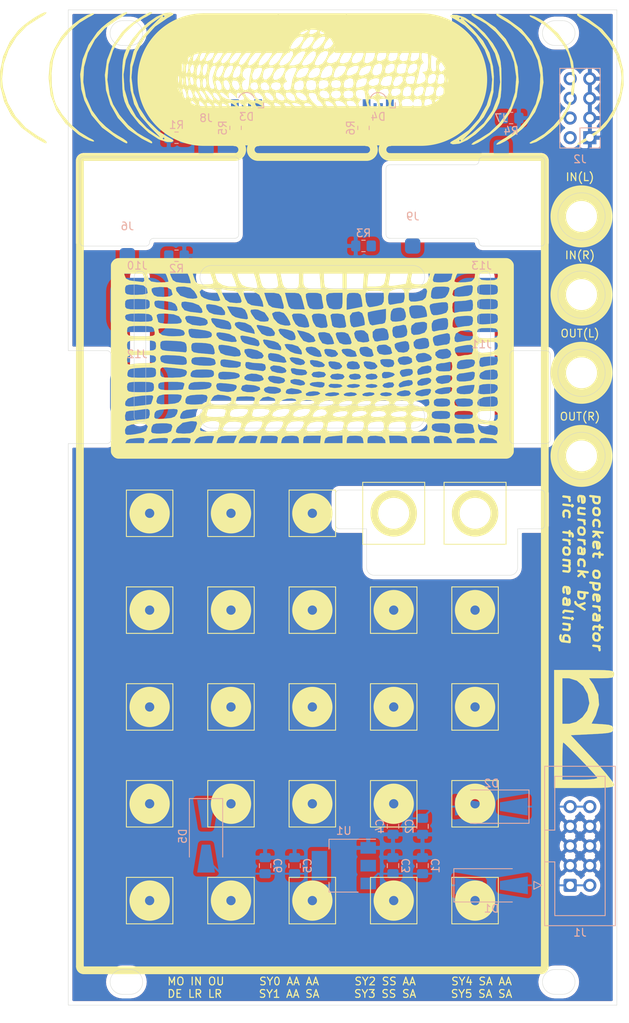
<source format=kicad_pcb>
(kicad_pcb (version 20171130) (host pcbnew "(5.1.12-1-10_14)")
  (layers (0 F.Cu signal) (31 B.Cu signal) (34 B.Paste user) (35 F.Paste user) (36 B.SilkS user) (37 F.SilkS user hide) (38 B.Mask user hide) (39 F.Mask user hide) (44 Edge.Cuts user))
  (net 0 "")
  (net 1 GND)
  (net 2 +12V)
  (net 3 -12V)
  (net 4 "Net-(C5-Pad1)")
  (net 5 "Net-(D1-Pad2)")
  (net 6 "Net-(D2-Pad1)")
  (net 7 "Net-(D3-Pad2)")
  (net 8 "Net-(D4-Pad2)")
  (net 9 +3V3)
  (net 10 "Net-(J12-Pad1)")
  (net 11 "Net-(J13-Pad1)")
  (net 12 /IN_L)
  (net 13 /OUT_L)
  (net 14 /IN_R)
  (net 15 /OUT_R)
  (module pocket-operator-eurorack:logo_silk (layer F.Cu) (at 66.71 92.71 270)
    (fp_text reference G*** hide)
    (fp_text value LOGO hide)
  )
  (module pocket-operator-eurorack:logo_fcu (layer F.Cu) (at 31.55 24.33)
    (fp_text reference G*** hide)
    (fp_text value LOGO hide)
  )
  (module pocket-operator-eurorack:screen (layer F.Cu) (at 31.115 45.085)
    (fp_text reference G*** hide)
    (fp_text value LOGO hide)
  )
  (module "" (layer F.Cu) (at 22.225 12.065)
    (fp_text reference "" (at 22.86 12.7) (layer F.SilkS) (effects (font (size 1.27 1.27))))
    (fp_text value "" (at 22.86 12.7) (layer F.SilkS) (effects (font (size 1.27 1.27))))
  )
  (module pocket-operator-eurorack:side (layer F.Cu) (at 60.325 8.99 180)
    (fp_text reference G*** hide)
    (fp_text value LOGO hide)
  )
  (module pocket-operator-eurorack:side (layer F.Cu) (at 2.54 8.722632)
    (fp_text reference G*** hide)
    (fp_text value LOGO hide)
  )
  (module pocket-operator-eurorack:hook_fill_2 (layer F.Cu) (at 31.75 8.255)
    (fp_text reference G*** hide)
    (fp_text value LOGO hide)
  )
  (module Capacitor_SMD:C_0805_2012Metric_Pad1.18x1.45mm_HandSolder (layer B.Cu) (at 45.72 110.49 90)
    (fp_text reference C1 (at 0 1.68 90) (layer B.SilkS) (effects (justify mirror)))
    (fp_text value C)
    (pad 2 smd roundrect (at 1.0375 0 90) (size 1.175 1.45) (layers B.Cu B.Paste B.Mask) (roundrect_rratio 0.212766) (net 1 GND))
    (pad 1 smd roundrect (at -1.0375 0 90) (size 1.175 1.45) (layers B.Cu B.Paste B.Mask) (roundrect_rratio 0.212766) (net 2 +12V))
  )
  (module Capacitor_SMD:C_0805_2012Metric_Pad1.18x1.45mm_HandSolder (layer B.Cu) (at 45.72 105.41 270)
    (fp_text reference C2 (at 0 1.68 90) (layer B.SilkS) (effects (justify mirror)))
    (fp_text value C)
    (pad 2 smd roundrect (at 1.0375 0 270) (size 1.175 1.45) (layers B.Cu B.Paste B.Mask) (roundrect_rratio 0.212766) (net 1 GND))
    (pad 1 smd roundrect (at -1.0375 0 270) (size 1.175 1.45) (layers B.Cu B.Paste B.Mask) (roundrect_rratio 0.212766) (net 3 -12V))
  )
  (module Capacitor_SMD:C_0805_2012Metric_Pad1.18x1.45mm_HandSolder (layer B.Cu) (at 41.91 110.49 90)
    (fp_text reference C3 (at 0 1.68 90) (layer B.SilkS) (effects (justify mirror)))
    (fp_text value C)
    (pad 1 smd roundrect (at -1.0375 0 90) (size 1.175 1.45) (layers B.Cu B.Paste B.Mask) (roundrect_rratio 0.212766) (net 2 +12V))
    (pad 2 smd roundrect (at 1.0375 0 90) (size 1.175 1.45) (layers B.Cu B.Paste B.Mask) (roundrect_rratio 0.212766) (net 1 GND))
  )
  (module Capacitor_SMD:C_0805_2012Metric_Pad1.18x1.45mm_HandSolder (layer B.Cu) (at 41.91 105.41 270)
    (fp_text reference C4 (at 0 1.68 90) (layer B.SilkS) (effects (justify mirror)))
    (fp_text value C)
    (pad 1 smd roundrect (at -1.0375 0 270) (size 1.175 1.45) (layers B.Cu B.Paste B.Mask) (roundrect_rratio 0.212766) (net 3 -12V))
    (pad 2 smd roundrect (at 1.0375 0 270) (size 1.175 1.45) (layers B.Cu B.Paste B.Mask) (roundrect_rratio 0.212766) (net 1 GND))
  )
  (module Capacitor_SMD:C_0805_2012Metric_Pad1.18x1.45mm_HandSolder (layer B.Cu) (at 29.21 110.49 90)
    (fp_text reference C5 (at 0 1.68 90) (layer B.SilkS) (effects (justify mirror)))
    (fp_text value C)
    (pad 2 smd roundrect (at 1.0375 0 90) (size 1.175 1.45) (layers B.Cu B.Paste B.Mask) (roundrect_rratio 0.212766) (net 1 GND))
    (pad 1 smd roundrect (at -1.0375 0 90) (size 1.175 1.45) (layers B.Cu B.Paste B.Mask) (roundrect_rratio 0.212766) (net 4 "Net-(C5-Pad1)"))
  )
  (module Capacitor_SMD:C_0805_2012Metric_Pad1.18x1.45mm_HandSolder (layer B.Cu) (at 25.4 110.49 90)
    (fp_text reference C6 (at 0 1.68 90) (layer B.SilkS) (effects (justify mirror)))
    (fp_text value C)
    (pad 1 smd roundrect (at -1.0375 0 90) (size 1.175 1.45) (layers B.Cu B.Paste B.Mask) (roundrect_rratio 0.212766) (net 4 "Net-(C5-Pad1)"))
    (pad 2 smd roundrect (at 1.0375 0 90) (size 1.175 1.45) (layers B.Cu B.Paste B.Mask) (roundrect_rratio 0.212766) (net 1 GND))
  )
  (module Diode_SMD:D_SMA-SMB_Universal_Handsoldering (layer B.Cu) (at 54.61 113.03)
    (fp_text reference D1 (at 0 3) (layer B.SilkS) (effects (justify mirror)))
    (fp_text value D)
    (pad 1 smd trapezoid (at -2.9 0) (size 3.6 1.7) (rect_delta 0.6 0) (layers B.Cu B.Paste B.Mask) (net 2 +12V))
    (pad 2 smd trapezoid (at 2.9 0 180) (size 3.6 1.7) (rect_delta 0.6 0) (layers B.Cu B.Paste B.Mask) (net 5 "Net-(D1-Pad2)"))
  )
  (module Diode_SMD:D_SMA-SMB_Universal_Handsoldering (layer B.Cu) (at 54.61 102.87 180)
    (fp_text reference D2 (at 0 3) (layer B.SilkS) (effects (justify mirror)))
    (fp_text value D)
    (pad 2 smd trapezoid (at 2.9 0) (size 3.6 1.7) (rect_delta 0.6 0) (layers B.Cu B.Paste B.Mask) (net 3 -12V))
    (pad 1 smd trapezoid (at -2.9 0 180) (size 3.6 1.7) (rect_delta 0.6 0) (layers B.Cu B.Paste B.Mask) (net 6 "Net-(D2-Pad1)"))
  )
  (module LED_SMD:LED_Kingbright_APFA3010_3x1.5mm_Horizontal (layer B.Cu) (at 23 12 180)
    (fp_text reference D3 (at 0 -1.8) (layer B.SilkS) (effects (justify mirror)))
    (fp_text value LED)
    (pad 3 smd rect (at 0.4 -0.45 180) (size 0.4 0.8) (layers B.Cu B.Paste B.Mask))
    (pad 4 smd rect (at -0.4 -0.45 180) (size 0.4 0.8) (layers B.Cu B.Paste B.Mask))
    (pad 2 smd rect (at 1.5 0 180) (size 1 0.9) (layers B.Cu B.Paste B.Mask) (net 7 "Net-(D3-Pad2)"))
    (pad 1 smd rect (at -1.5 0 180) (size 1 0.9) (layers B.Cu B.Paste B.Mask) (net 12 /IN_L))
  )
  (module LED_SMD:LED_Kingbright_APFA3010_3x1.5mm_Horizontal (layer B.Cu) (at 40 12 180)
    (fp_text reference D4 (at 0 -1.8) (layer B.SilkS) (effects (justify mirror)))
    (fp_text value LED)
    (pad 1 smd rect (at -1.5 0 180) (size 1 0.9) (layers B.Cu B.Paste B.Mask) (net 13 /OUT_L))
    (pad 2 smd rect (at 1.5 0 180) (size 1 0.9) (layers B.Cu B.Paste B.Mask) (net 8 "Net-(D4-Pad2)"))
    (pad 4 smd rect (at -0.4 -0.45 180) (size 0.4 0.8) (layers B.Cu B.Paste B.Mask))
    (pad 3 smd rect (at 0.4 -0.45 180) (size 0.4 0.8) (layers B.Cu B.Paste B.Mask))
  )
  (module Diode_SMD:D_SMA-SMB_Universal_Handsoldering (layer B.Cu) (at 17.78 106.68 270)
    (fp_text reference D5 (at 0 3 90) (layer B.SilkS) (effects (justify mirror)))
    (fp_text value D)
    (pad 1 smd trapezoid (at -2.9 0 270) (size 3.6 1.7) (rect_delta 0.6 0) (layers B.Cu B.Paste B.Mask) (net 9 +3V3))
    (pad 2 smd trapezoid (at 2.9 0 90) (size 3.6 1.7) (rect_delta 0.6 0) (layers B.Cu B.Paste B.Mask) (net 4 "Net-(C5-Pad1)"))
  )
  (module Connector_IDC:IDC-Header_2x05_P2.54mm_Vertical (layer B.Cu) (at 64.77 113.03)
    (fp_text reference J1 (at 1.27 6.1) (layer B.SilkS) (effects (justify mirror)))
    (fp_text value Conn_02x05_Odd_Even)
    (pad 1 thru_hole roundrect (at 0 0) (size 1.7 1.7) (drill 1) (layers *.Cu *.Mask) (roundrect_rratio 0.147059) (net 5 "Net-(D1-Pad2)"))
    (pad 3 thru_hole circle (at 0 -2.54) (size 1.7 1.7) (drill 1) (layers *.Cu *.Mask) (net 1 GND))
    (pad 5 thru_hole circle (at 0 -5.08) (size 1.7 1.7) (drill 1) (layers *.Cu *.Mask) (net 1 GND))
    (pad 7 thru_hole circle (at 0 -7.62) (size 1.7 1.7) (drill 1) (layers *.Cu *.Mask) (net 1 GND))
    (pad 9 thru_hole circle (at 0 -10.16) (size 1.7 1.7) (drill 1) (layers *.Cu *.Mask) (net 6 "Net-(D2-Pad1)"))
    (pad 2 thru_hole circle (at 2.54 0) (size 1.7 1.7) (drill 1) (layers *.Cu *.Mask) (net 5 "Net-(D1-Pad2)"))
    (pad 4 thru_hole circle (at 2.54 -2.54) (size 1.7 1.7) (drill 1) (layers *.Cu *.Mask) (net 1 GND))
    (pad 6 thru_hole circle (at 2.54 -5.08) (size 1.7 1.7) (drill 1) (layers *.Cu *.Mask) (net 1 GND))
    (pad 8 thru_hole circle (at 2.54 -7.62) (size 1.7 1.7) (drill 1) (layers *.Cu *.Mask) (net 1 GND))
    (pad 10 thru_hole circle (at 2.54 -10.16) (size 1.7 1.7) (drill 1) (layers *.Cu *.Mask) (net 6 "Net-(D2-Pad1)"))
  )
  (module pocket-operator-eurorack_lib:2mm_solder_pad (layer B.Cu) (at 7.62 31.75)
    (fp_text reference J6 (at 0 -3.81) (layer B.SilkS) (effects (justify mirror)))
    (fp_text value Conn_01x01)
    (pad 1 smd roundrect (at 0 0) (size 2 2) (layers B.Cu B.Paste B.Mask) (net 14 /IN_R))
  )
  (module pocket-operator-eurorack_lib:2mm_solder_pad (layer B.Cu) (at 55.88 17.78)
    (fp_text reference J7 (at 0 -3.81) (layer B.SilkS) (effects (justify mirror)))
    (fp_text value Conn_01x01)
    (pad 1 smd roundrect (at 0 0) (size 2 2) (layers B.Cu B.Paste B.Mask) (net 15 /OUT_R))
  )
  (module pocket-operator-eurorack_lib:2mm_solder_pad (layer B.Cu) (at 17.78 17.78)
    (fp_text reference J8 (at 0 -3.81) (layer B.SilkS) (effects (justify mirror)))
    (fp_text value Conn_01x01)
    (pad 1 smd roundrect (at 0 0) (size 2 2) (layers B.Cu B.Paste B.Mask) (net 12 /IN_L))
  )
  (module pocket-operator-eurorack_lib:2mm_solder_pad (layer B.Cu) (at 44.45 30.48)
    (fp_text reference J9 (at 0 -3.81) (layer B.SilkS) (effects (justify mirror)))
    (fp_text value Conn_01x01)
    (pad 1 smd roundrect (at 0 0) (size 2 2) (layers B.Cu B.Paste B.Mask) (net 13 /OUT_L))
  )
  (module pocket-operator-eurorack_lib:7mm_solder_pad (layer B.Cu) (at 8.89 38.1)
    (fp_text reference J10 (at 0 -5.08) (layer B.SilkS) (effects (justify mirror)))
    (fp_text value Conn_01x01)
    (pad 1 smd roundrect (at 0 0) (size 7 7) (layers B.Cu B.Paste B.Mask) (net 9 +3V3))
  )
  (module pocket-operator-eurorack_lib:7mm_solder_pad (layer B.Cu) (at 53.34 48.26)
    (fp_text reference J11 (at 0 -5.08) (layer B.SilkS) (effects (justify mirror)))
    (fp_text value Conn_01x01)
    (pad 1 smd roundrect (at 0 0) (size 7 7) (layers B.Cu B.Paste B.Mask) (net 1 GND))
  )
  (module pocket-operator-eurorack_lib:7mm_solder_pad (layer B.Cu) (at 8.89 49.53)
    (fp_text reference J12 (at 0 -5.08) (layer B.SilkS) (effects (justify mirror)))
    (fp_text value Conn_01x01)
    (pad 1 smd roundrect (at 0 0) (size 7 7) (layers B.Cu B.Paste B.Mask) (net 10 "Net-(J12-Pad1)"))
  )
  (module pocket-operator-eurorack_lib:7mm_solder_pad (layer B.Cu) (at 53.34 38.1)
    (fp_text reference J13 (at 0 -5.08) (layer B.SilkS) (effects (justify mirror)))
    (fp_text value Conn_01x01)
    (pad 1 smd roundrect (at 0 0) (size 7 7) (layers B.Cu B.Paste B.Mask) (net 11 "Net-(J13-Pad1)"))
  )
  (module Resistor_SMD:R_0805_2012Metric_Pad1.20x1.40mm_HandSolder (layer B.Cu) (at 13.97 16.51 180)
    (fp_text reference R1 (at 0 1.65) (layer B.SilkS) (effects (justify mirror)))
    (fp_text value R)
    (pad 2 smd roundrect (at 1 0 180) (size 1.2 1.4) (layers B.Cu B.Paste B.Mask) (roundrect_rratio 0.208333) (net 1 GND))
    (pad 1 smd roundrect (at -1 0 180) (size 1.2 1.4) (layers B.Cu B.Paste B.Mask) (roundrect_rratio 0.208333) (net 12 /IN_L))
  )
  (module Resistor_SMD:R_0805_2012Metric_Pad1.20x1.40mm_HandSolder (layer B.Cu) (at 13.97 31.75)
    (fp_text reference R2 (at 0 1.65) (layer B.SilkS) (effects (justify mirror)))
    (fp_text value R)
    (pad 1 smd roundrect (at -1 0) (size 1.2 1.4) (layers B.Cu B.Paste B.Mask) (roundrect_rratio 0.208333) (net 14 /IN_R))
    (pad 2 smd roundrect (at 1 0) (size 1.2 1.4) (layers B.Cu B.Paste B.Mask) (roundrect_rratio 0.208333) (net 1 GND))
  )
  (module Resistor_SMD:R_0805_2012Metric_Pad1.20x1.40mm_HandSolder (layer B.Cu) (at 38.1 30.48 180)
    (fp_text reference R3 (at 0 1.65) (layer B.SilkS) (effects (justify mirror)))
    (fp_text value R)
    (pad 2 smd roundrect (at 1 0 180) (size 1.2 1.4) (layers B.Cu B.Paste B.Mask) (roundrect_rratio 0.208333) (net 1 GND))
    (pad 1 smd roundrect (at -1 0 180) (size 1.2 1.4) (layers B.Cu B.Paste B.Mask) (roundrect_rratio 0.208333) (net 13 /OUT_L))
  )
  (module Resistor_SMD:R_0805_2012Metric_Pad1.20x1.40mm_HandSolder (layer B.Cu) (at 57.15 13.97)
    (fp_text reference R4 (at 0 1.65) (layer B.SilkS) (effects (justify mirror)))
    (fp_text value R)
    (pad 1 smd roundrect (at -1 0) (size 1.2 1.4) (layers B.Cu B.Paste B.Mask) (roundrect_rratio 0.208333) (net 15 /OUT_R))
    (pad 2 smd roundrect (at 1 0) (size 1.2 1.4) (layers B.Cu B.Paste B.Mask) (roundrect_rratio 0.208333) (net 1 GND))
  )
  (module Resistor_SMD:R_0805_2012Metric_Pad1.20x1.40mm_HandSolder (layer B.Cu) (at 21.59 15.24 270)
    (fp_text reference R5 (at 0 1.65 90) (layer B.SilkS) (effects (justify mirror)))
    (fp_text value R)
    (pad 1 smd roundrect (at -1 0 270) (size 1.2 1.4) (layers B.Cu B.Paste B.Mask) (roundrect_rratio 0.208333) (net 7 "Net-(D3-Pad2)"))
    (pad 2 smd roundrect (at 1 0 270) (size 1.2 1.4) (layers B.Cu B.Paste B.Mask) (roundrect_rratio 0.208333) (net 1 GND))
  )
  (module Resistor_SMD:R_0805_2012Metric_Pad1.20x1.40mm_HandSolder (layer B.Cu) (at 38.1 15.24 270)
    (fp_text reference R6 (at 0 1.65 90) (layer B.SilkS) (effects (justify mirror)))
    (fp_text value R)
    (pad 2 smd roundrect (at 1 0 270) (size 1.2 1.4) (layers B.Cu B.Paste B.Mask) (roundrect_rratio 0.208333) (net 1 GND))
    (pad 1 smd roundrect (at -1 0 270) (size 1.2 1.4) (layers B.Cu B.Paste B.Mask) (roundrect_rratio 0.208333) (net 8 "Net-(D4-Pad2)"))
  )
  (module Package_TO_SOT_SMD:SOT-223-3_TabPin2 (layer B.Cu) (at 35.56 110.49 180)
    (fp_text reference U1 (at 0 4.5) (layer B.SilkS) (effects (justify mirror)))
    (fp_text value NCP1117-3.3_SOT223)
    (pad 2 smd rect (at 3.15 0 180) (size 2 3.8) (layers B.Cu B.Paste B.Mask) (net 4 "Net-(C5-Pad1)"))
    (pad 2 smd rect (at -3.15 0 180) (size 2 1.5) (layers B.Cu B.Paste B.Mask) (net 4 "Net-(C5-Pad1)"))
    (pad 3 smd rect (at -3.15 -2.3 180) (size 2 1.5) (layers B.Cu B.Paste B.Mask) (net 2 +12V))
    (pad 1 smd rect (at -3.15 2.3 180) (size 2 1.5) (layers B.Cu B.Paste B.Mask) (net 1 GND))
  )
  (module Connector_PinSocket_2.54mm:PinSocket_2x04_P2.54mm_Vertical (layer B.Cu) (at 67.31 16.51)
    (fp_text reference J2 (at -1.27 2.77) (layer B.SilkS) (effects (justify mirror)))
    (fp_text value Conn_02x04_Odd_Even)
    (pad 1 thru_hole rect (at 0 0) (size 1.7 1.7) (drill 1) (layers *.Cu *.Mask) (net 1 GND))
    (pad 2 thru_hole oval (at -2.54 0) (size 1.7 1.7) (drill 1) (layers *.Cu *.Mask) (net 12 /IN_L))
    (pad 3 thru_hole oval (at 0 -2.54) (size 1.7 1.7) (drill 1) (layers *.Cu *.Mask) (net 1 GND))
    (pad 4 thru_hole oval (at -2.54 -2.54) (size 1.7 1.7) (drill 1) (layers *.Cu *.Mask) (net 14 /IN_R))
    (pad 5 thru_hole oval (at 0 -5.08) (size 1.7 1.7) (drill 1) (layers *.Cu *.Mask) (net 1 GND))
    (pad 6 thru_hole oval (at -2.54 -5.08) (size 1.7 1.7) (drill 1) (layers *.Cu *.Mask) (net 13 /OUT_L))
    (pad 7 thru_hole oval (at 0 -7.62) (size 1.7 1.7) (drill 1) (layers *.Cu *.Mask) (net 1 GND))
    (pad 8 thru_hole oval (at -2.54 -7.62) (size 1.7 1.7) (drill 1) (layers *.Cu *.Mask) (net 15 /OUT_R))
  )
  (gr_text "MO IN OU\nDE LR LR" (at 12.7 126.23) (layer F.SilkS) (effects (font (size 1 1)) (justify left)))
  (gr_text "SY4 SA AA\nSY5 SA SA" (at 53.34 126.23) (layer F.SilkS) (effects (font (size 1 1))))
  (gr_text "SY2 SS AA\nSY3 SS SA" (at 40.897697 126.23) (layer F.SilkS) (effects (font (size 1 1))))
  (gr_text "SY0 AA AA\nSY1 AA SA" (at 28.503015 126.23) (layer F.SilkS) (effects (font (size 1 1))))
  (gr_arc (start 57 72) (end 57 73) (angle -90) (layer Edge.Cuts) (width 0.05))
  (gr_arc (start 39.5 72) (end 38.5 72) (angle -90) (layer Edge.Cuts) (width 0.05))
  (gr_line (start 35 67) (end 38.5 67) (layer Edge.Cuts) (width 0.05))
  (gr_line (start 38.5 72) (end 38.5 67) (layer Edge.Cuts) (width 0.05))
  (gr_line (start 57 73) (end 39.5 73) (layer Edge.Cuts) (width 0.05))
  (gr_line (start 58 67) (end 58 72) (layer Edge.Cuts) (width 0.05))
  (gr_line (start 11 29.5) (end 21.5 29.5) (layer Edge.Cuts) (width 0.05))
  (gr_arc (start 53.5 19.5) (end 53.5 19) (angle -90) (layer Edge.Cuts) (width 0.05))
  (gr_line (start 41.5 20) (end 52.5 20) (layer Edge.Cuts) (width 0.05))
  (gr_arc (start 52.5 19.5) (end 53 19.5) (angle 90) (layer Edge.Cuts) (width 0.05))
  (gr_line (start 57.000001 55.5) (end 57 44.5) (layer Edge.Cuts) (width 0.05))
  (gr_line (start 62.199999 44.5) (end 62.2 55.5) (layer Edge.Cuts) (width 0.05))
  (gr_arc (start 57.5 55.5) (end 57.5 55.999999) (angle 90) (layer Edge.Cuts) (width 0.05))
  (gr_arc (start 61.7 55.5) (end 61.7 56) (angle -90) (layer Edge.Cuts) (width 0.05))
  (gr_line (start 57.5 56) (end 61.7 56) (layer Edge.Cuts) (width 0.05))
  (gr_arc (start 57.5 44.5) (end 57.5 44) (angle -90) (layer Edge.Cuts) (width 0.05))
  (gr_arc (start 61.7 44.5) (end 61.7 44.000001) (angle 90) (layer Edge.Cuts) (width 0.05))
  (gr_line (start 61.7 44) (end 57.5 44) (layer Edge.Cuts) (width 0.05))
  (gr_line (start 0 0) (end 0 44) (layer Edge.Cuts) (width 0.05))
  (gr_line (start 5.5 44.5) (end 5.5 55.5) (layer Edge.Cuts) (width 0.05))
  (gr_arc (start 5 44.5) (end 5 44) (angle 90) (layer Edge.Cuts) (width 0.05))
  (gr_arc (start 5 55.5) (end 5 56) (angle -90) (layer Edge.Cuts) (width 0.05))
  (gr_line (start 0 44) (end 5 44) (layer Edge.Cuts) (width 0.05))
  (gr_line (start 0 56) (end 5 56) (layer Edge.Cuts) (width 0.05))
  (gr_line (start 6.5 57) (end 56.5 57) (layer F.SilkS) (width 1.9))
  (gr_line (start 6.5 33) (end 56.5 33) (layer F.SilkS) (width 1.9))
  (gr_line (start 56.75 33) (end 56.75 57) (layer F.SilkS) (width 1.5))
  (gr_line (start 6.25 33) (end 6.25 57) (layer F.SilkS) (width 1.5))
  (gr_line (start 56 56) (end 7 56) (layer F.SilkS) (width 0.12))
  (gr_line (start 7 34) (end 56 34) (layer F.SilkS) (width 0.12))
  (gr_line (start 56 34) (end 56 56) (layer F.SilkS) (width 0.12))
  (gr_line (start 7 34) (end 7 56) (layer F.SilkS) (width 0.12))
  (gr_circle (center 42 65) (end 44.5 65) (layer F.SilkS) (width 1))
  (gr_line (start 49.5 112) (end 55.5 112) (layer F.SilkS) (width 0.12))
  (gr_line (start 39 112) (end 45 112) (layer F.SilkS) (width 0.12))
  (gr_line (start 28.5 112) (end 34.5 112) (layer F.SilkS) (width 0.12))
  (gr_line (start 18 112) (end 24 112) (layer F.SilkS) (width 0.12))
  (gr_line (start 7.5 112) (end 13.5 112) (layer F.SilkS) (width 0.12))
  (gr_line (start 49.5 99.5) (end 55.5 99.5) (layer F.SilkS) (width 0.12))
  (gr_line (start 39 99.5) (end 45 99.5) (layer F.SilkS) (width 0.12))
  (gr_line (start 28.5 99.5) (end 34.5 99.5) (layer F.SilkS) (width 0.12))
  (gr_line (start 18 99.5) (end 24 99.5) (layer F.SilkS) (width 0.12))
  (gr_line (start 7.5 99.5) (end 13.5 99.5) (layer F.SilkS) (width 0.12))
  (gr_line (start 49.5 87) (end 55.5 87) (layer F.SilkS) (width 0.12))
  (gr_line (start 39 87) (end 45 87) (layer F.SilkS) (width 0.12))
  (gr_line (start 28.5 87) (end 34.5 87) (layer F.SilkS) (width 0.12))
  (gr_line (start 18 87) (end 24 87) (layer F.SilkS) (width 0.12))
  (gr_line (start 7.5 87) (end 13.5 87) (layer F.SilkS) (width 0.12))
  (gr_line (start 49.5 74.5) (end 55.5 74.5) (layer F.SilkS) (width 0.12))
  (gr_line (start 39 74.5) (end 45 74.5) (layer F.SilkS) (width 0.12))
  (gr_line (start 28.5 74.5) (end 34.5 74.5) (layer F.SilkS) (width 0.12))
  (gr_line (start 18 74.5) (end 24 74.5) (layer F.SilkS) (width 0.12))
  (gr_line (start 7.5 74.5) (end 13.5 74.5) (layer F.SilkS) (width 0.12))
  (gr_line (start 48.5 61) (end 56.5 61) (layer F.SilkS) (width 0.12))
  (gr_line (start 38 61) (end 46 61) (layer F.SilkS) (width 0.12))
  (gr_line (start 28.5 62) (end 34.5 62) (layer F.SilkS) (width 0.12))
  (gr_line (start 18 62) (end 24 62) (layer F.SilkS) (width 0.12))
  (gr_circle (center 52.5 115) (end 53.1 115) (layer F.SilkS) (width 2))
  (gr_circle (center 42 115) (end 42.6 115) (layer F.SilkS) (width 2))
  (gr_circle (center 31.5 115) (end 32.1 115) (layer F.SilkS) (width 2))
  (gr_circle (center 21 115) (end 21.6 115) (layer F.SilkS) (width 2))
  (gr_circle (center 10.5 115) (end 11.1 115) (layer F.SilkS) (width 2))
  (gr_circle (center 52.5 102.5) (end 53.1 102.5) (layer F.SilkS) (width 2))
  (gr_circle (center 42 102.5) (end 42.6 102.5) (layer F.SilkS) (width 2))
  (gr_circle (center 31.5 102.5) (end 32.1 102.5) (layer F.SilkS) (width 2))
  (gr_circle (center 21 102.5) (end 21.6 102.5) (layer F.SilkS) (width 2))
  (gr_circle (center 10.5 102.5) (end 11.1 102.5) (layer F.SilkS) (width 2))
  (gr_circle (center 52.5 90) (end 53.1 90) (layer F.SilkS) (width 2))
  (gr_circle (center 42 90) (end 42.6 90) (layer F.SilkS) (width 2))
  (gr_circle (center 31.5 90) (end 32.1 90) (layer F.SilkS) (width 2))
  (gr_circle (center 21 90) (end 21.6 90) (layer F.SilkS) (width 2))
  (gr_circle (center 10.5 90) (end 11.1 90) (layer F.SilkS) (width 2))
  (gr_circle (center 52.5 77.5) (end 53.1 77.5) (layer F.SilkS) (width 2))
  (gr_circle (center 42 77.5) (end 42.6 77.5) (layer F.SilkS) (width 2))
  (gr_circle (center 31.5 77.5) (end 32.1 77.5) (layer F.SilkS) (width 2))
  (gr_circle (center 21 77.5) (end 21.6 77.5) (layer F.SilkS) (width 2))
  (gr_circle (center 10.5 77.5) (end 11.1 77.5) (layer F.SilkS) (width 2))
  (gr_circle (center 52.5 65) (end 55 65) (layer F.SilkS) (width 1))
  (gr_circle (center 31.5 65) (end 32.1 65) (layer F.SilkS) (width 2))
  (gr_circle (center 21 65) (end 21.6 65) (layer F.SilkS) (width 2))
  (gr_line (start 49.5 112) (end 49.5 118) (layer F.SilkS) (width 0.12))
  (gr_line (start 39 112) (end 39 118) (layer F.SilkS) (width 0.12))
  (gr_line (start 28.5 112) (end 28.5 118) (layer F.SilkS) (width 0.12))
  (gr_line (start 18 112) (end 18 118) (layer F.SilkS) (width 0.12))
  (gr_line (start 7.5 112) (end 7.5 118) (layer F.SilkS) (width 0.12))
  (gr_line (start 49.5 99.5) (end 49.5 105.5) (layer F.SilkS) (width 0.12))
  (gr_line (start 39 99.5) (end 39 105.5) (layer F.SilkS) (width 0.12))
  (gr_line (start 28.5 99.5) (end 28.5 105.5) (layer F.SilkS) (width 0.12))
  (gr_line (start 18 99.5) (end 18 105.5) (layer F.SilkS) (width 0.12))
  (gr_line (start 7.5 99.5) (end 7.5 105.5) (layer F.SilkS) (width 0.12))
  (gr_line (start 49.5 87) (end 49.5 93) (layer F.SilkS) (width 0.12))
  (gr_line (start 39 87) (end 39 93) (layer F.SilkS) (width 0.12))
  (gr_line (start 28.5 87) (end 28.5 93) (layer F.SilkS) (width 0.12))
  (gr_line (start 18 87) (end 18 93) (layer F.SilkS) (width 0.12))
  (gr_line (start 7.5 87) (end 7.5 93) (layer F.SilkS) (width 0.12))
  (gr_line (start 49.5 74.5) (end 49.5 80.5) (layer F.SilkS) (width 0.12))
  (gr_line (start 39 74.5) (end 39 80.5) (layer F.SilkS) (width 0.12))
  (gr_line (start 28.5 74.5) (end 28.5 80.5) (layer F.SilkS) (width 0.12))
  (gr_line (start 18 74.5) (end 18 80.5) (layer F.SilkS) (width 0.12))
  (gr_line (start 7.5 74.5) (end 7.5 80.5) (layer F.SilkS) (width 0.12))
  (gr_line (start 48.5 61) (end 48.5 69) (layer F.SilkS) (width 0.12))
  (gr_line (start 38 61) (end 38 69) (layer F.SilkS) (width 0.12))
  (gr_line (start 28.5 62) (end 28.5 68) (layer F.SilkS) (width 0.12))
  (gr_line (start 18 62) (end 18 68) (layer F.SilkS) (width 0.12))
  (gr_line (start 49.5 118) (end 55.5 118) (layer F.SilkS) (width 0.12))
  (gr_line (start 39 118) (end 45 118) (layer F.SilkS) (width 0.12))
  (gr_line (start 28.5 118) (end 34.5 118) (layer F.SilkS) (width 0.12))
  (gr_line (start 18 118) (end 24 118) (layer F.SilkS) (width 0.12))
  (gr_line (start 7.5 118) (end 13.5 118) (layer F.SilkS) (width 0.12))
  (gr_line (start 49.5 105.5) (end 55.5 105.5) (layer F.SilkS) (width 0.12))
  (gr_line (start 39 105.5) (end 45 105.5) (layer F.SilkS) (width 0.12))
  (gr_line (start 28.5 105.5) (end 34.5 105.5) (layer F.SilkS) (width 0.12))
  (gr_line (start 18 105.5) (end 24 105.5) (layer F.SilkS) (width 0.12))
  (gr_line (start 7.5 105.5) (end 13.5 105.5) (layer F.SilkS) (width 0.12))
  (gr_line (start 49.5 93) (end 55.5 93) (layer F.SilkS) (width 0.12))
  (gr_line (start 39 93) (end 45 93) (layer F.SilkS) (width 0.12))
  (gr_line (start 28.5 93) (end 34.5 93) (layer F.SilkS) (width 0.12))
  (gr_line (start 18 93) (end 24 93) (layer F.SilkS) (width 0.12))
  (gr_line (start 7.5 93) (end 13.5 93) (layer F.SilkS) (width 0.12))
  (gr_line (start 49.5 80.5) (end 55.5 80.5) (layer F.SilkS) (width 0.12))
  (gr_line (start 39 80.5) (end 45 80.5) (layer F.SilkS) (width 0.12))
  (gr_line (start 28.5 80.5) (end 34.5 80.5) (layer F.SilkS) (width 0.12))
  (gr_line (start 18 80.5) (end 24 80.5) (layer F.SilkS) (width 0.12))
  (gr_line (start 7.5 80.5) (end 13.5 80.5) (layer F.SilkS) (width 0.12))
  (gr_line (start 48.5 69) (end 56.5 69) (layer F.SilkS) (width 0.12))
  (gr_line (start 38 69) (end 46 69) (layer F.SilkS) (width 0.12))
  (gr_line (start 28.5 68) (end 34.5 68) (layer F.SilkS) (width 0.12))
  (gr_line (start 18 68) (end 24 68) (layer F.SilkS) (width 0.12))
  (gr_line (start 55.5 112) (end 55.5 118) (layer F.SilkS) (width 0.12))
  (gr_line (start 45 112) (end 45 118) (layer F.SilkS) (width 0.12))
  (gr_line (start 34.5 112) (end 34.5 118) (layer F.SilkS) (width 0.12))
  (gr_line (start 24 112) (end 24 118) (layer F.SilkS) (width 0.12))
  (gr_line (start 13.5 112) (end 13.5 118) (layer F.SilkS) (width 0.12))
  (gr_line (start 55.5 99.5) (end 55.5 105.5) (layer F.SilkS) (width 0.12))
  (gr_line (start 45 99.5) (end 45 105.5) (layer F.SilkS) (width 0.12))
  (gr_line (start 34.5 99.5) (end 34.5 105.5) (layer F.SilkS) (width 0.12))
  (gr_line (start 24 99.5) (end 24 105.5) (layer F.SilkS) (width 0.12))
  (gr_line (start 13.5 99.5) (end 13.5 105.5) (layer F.SilkS) (width 0.12))
  (gr_line (start 55.5 87) (end 55.5 93) (layer F.SilkS) (width 0.12))
  (gr_line (start 45 87) (end 45 93) (layer F.SilkS) (width 0.12))
  (gr_line (start 34.5 87) (end 34.5 93) (layer F.SilkS) (width 0.12))
  (gr_line (start 24 87) (end 24 93) (layer F.SilkS) (width 0.12))
  (gr_line (start 13.5 87) (end 13.5 93) (layer F.SilkS) (width 0.12))
  (gr_line (start 55.5 74.5) (end 55.5 80.5) (layer F.SilkS) (width 0.12))
  (gr_line (start 45 74.5) (end 45 80.5) (layer F.SilkS) (width 0.12))
  (gr_line (start 34.5 74.5) (end 34.5 80.5) (layer F.SilkS) (width 0.12))
  (gr_line (start 24 74.5) (end 24 80.5) (layer F.SilkS) (width 0.12))
  (gr_line (start 13.5 74.5) (end 13.5 80.5) (layer F.SilkS) (width 0.12))
  (gr_line (start 56.5 61) (end 56.5 69) (layer F.SilkS) (width 0.12))
  (gr_line (start 46 61) (end 46 69) (layer F.SilkS) (width 0.12))
  (gr_line (start 34.5 62) (end 34.5 68) (layer F.SilkS) (width 0.12))
  (gr_line (start 24 62) (end 24 68) (layer F.SilkS) (width 0.12))
  (gr_circle (center 10.5 65) (end 11.1 65) (layer F.SilkS) (width 2))
  (gr_line (start 7.5 68) (end 13.5 68) (layer F.SilkS) (width 0.12))
  (gr_line (start 7.5 62) (end 13.5 62) (layer F.SilkS) (width 0.12))
  (gr_line (start 13.5 62) (end 13.5 68) (layer F.SilkS) (width 0.12))
  (gr_line (start 7.5 62) (end 7.5 68) (layer F.SilkS) (width 0.12))
  (gr_arc (start 17.5 9) (end 17.5 17.5) (angle 180) (layer F.SilkS) (width 0.12))
  (gr_text "pocket operator\neurorack by \nric from ealing" (at 66.375 62.23 -90) (layer F.SilkS) (effects (font (size 1.2 1.7) (thickness 0.3) italic) (justify left)))
  (gr_line (start 27.5 1.5) (end 35.5 1.5) (layer F.SilkS) (width 2))
  (gr_poly (pts (xy 28.5115 5.461) (xy 26.8605 5.461) (xy 28.5115 4.699)) (layer F.SilkS) (width 0.1))
  (gr_poly (pts (xy 36.068 5.461) (xy 34.544 5.461) (xy 34.544 4.953)) (layer F.SilkS) (width 0.1))
  (gr_arc (start 31.5 5.5) (end 34.5 5.5) (angle -180) (layer F.SilkS) (width 0.12))
  (gr_line (start 36.5 3) (end 45.5 3) (layer F.SilkS) (width 5))
  (gr_line (start 17.5 3) (end 26.5 3) (layer F.SilkS) (width 5))
  (gr_arc (start 45.5 9) (end 45.5 3) (angle 180) (layer F.SilkS) (width 5))
  (gr_arc (start 17.5 9) (end 17.5 3) (angle -180) (layer F.SilkS) (width 5))
  (gr_line (start 17.5 15) (end 45.5 15) (layer F.SilkS) (width 5))
  (gr_arc (start 45.5 9) (end 45.5 12.5) (angle -180) (layer F.SilkS) (width 0.12))
  (gr_arc (start 17.5 9) (end 17.5 5.5) (angle -180) (layer F.SilkS) (width 0.12))
  (gr_arc (start 31.496 5.461) (end 35.306 4.445) (angle -148.3693089) (layer F.SilkS) (width 2))
  (gr_line (start 34.5 5.5) (end 45.5 5.5) (layer F.SilkS) (width 0.12))
  (gr_line (start 17.5 5.5) (end 28.5 5.5) (layer F.SilkS) (width 0.12))
  (gr_line (start 17.5 12.5) (end 45.5 12.5) (layer F.SilkS) (width 0.12))
  (gr_arc (start 52.5 30) (end 53 30) (angle -90) (layer Edge.Cuts) (width 0.05))
  (gr_arc (start 41.5 20.5) (end 41.5 20) (angle -90) (layer Edge.Cuts) (width 0.05))
  (gr_line (start 61 30.5) (end 53.5 30.5) (layer Edge.Cuts) (width 0.05))
  (gr_line (start 61 19) (end 53.5 19) (layer Edge.Cuts) (width 0.05))
  (gr_line (start 61.5 30) (end 61.5 19.5) (layer Edge.Cuts) (width 0.05))
  (gr_arc (start 61 30) (end 61 30.5) (angle -90) (layer Edge.Cuts) (width 0.05))
  (gr_line (start 41.5 29.5) (end 52.5 29.5) (layer Edge.Cuts) (width 0.05))
  (gr_line (start 41 20.5) (end 41 29) (layer Edge.Cuts) (width 0.05))
  (gr_arc (start 41.5 29) (end 41 29) (angle -90) (layer Edge.Cuts) (width 0.05))
  (gr_arc (start 61 19.5) (end 61.5 19.5) (angle -90) (layer Edge.Cuts) (width 0.05))
  (gr_arc (start 53.5 30) (end 53 30) (angle -90) (layer Edge.Cuts) (width 0.05))
  (gr_arc (start 2 30) (end 1.5 30) (angle -90) (layer Edge.Cuts) (width 0.05))
  (gr_arc (start 21.5 29) (end 21.5 29.5) (angle -90) (layer Edge.Cuts) (width 0.05))
  (gr_arc (start 21.5 19.5) (end 22 19.5) (angle -90) (layer Edge.Cuts) (width 0.05))
  (gr_arc (start 10 30) (end 10 30.5) (angle -90) (layer Edge.Cuts) (width 0.05))
  (gr_arc (start 11 30) (end 10.5 30) (angle 90) (layer Edge.Cuts) (width 0.05))
  (gr_arc (start 2 19.5) (end 2 19) (angle -90) (layer Edge.Cuts) (width 0.05))
  (gr_arc (start 61 62.5) (end 61 62) (angle 90) (layer Edge.Cuts) (width 0.05))
  (gr_arc (start 61 66.5) (end 61 67) (angle -90) (layer Edge.Cuts) (width 0.05))
  (gr_arc (start 35 66.5) (end 34.5 66.5) (angle -90) (layer Edge.Cuts) (width 0.05))
  (gr_arc (start 35 62.5) (end 35 62) (angle -90) (layer Edge.Cuts) (width 0.05))
  (gr_arc (start 9.25 52.5) (end 8.5 52.5) (angle -180) (layer Edge.Cuts) (width 0.05))
  (gr_arc (start 9.25 34.5) (end 10 34.5) (angle -180) (layer Edge.Cuts) (width 0.05))
  (gr_arc (start 53.75 34.5) (end 54.5 34.5) (angle -180) (layer Edge.Cuts) (width 0.05))
  (gr_arc (start 53.75 52.5) (end 53 52.5) (angle -180) (layer Edge.Cuts) (width 0.05))
  (gr_arc (start 44.5 52.5) (end 44.5 54) (angle -180) (layer Edge.Cuts) (width 0.05))
  (gr_arc (start 18.5 52.5) (end 18.5 54) (angle 180) (layer Edge.Cuts) (width 0.05))
  (gr_arc (start 44.5 34.5) (end 44.5 36) (angle -180) (layer Edge.Cuts) (width 0.05))
  (gr_arc (start 18.5 34.5) (end 18.5 33) (angle -180) (layer Edge.Cuts) (width 0.05))
  (gr_line (start 1.5 19.5) (end 1.5 30) (layer Edge.Cuts) (width 0.05))
  (gr_line (start 34.5 62.5) (end 34.5 66.5) (layer Edge.Cuts) (width 0.05))
  (gr_circle (center 66.24 57.59) (end 69.24 57.59) (layer F.SilkS) (width 2))
  (gr_circle (center 66.24 46.86) (end 69.24 46.86) (layer F.SilkS) (width 2))
  (gr_circle (center 66.24 36.765) (end 69.24 36.765) (layer F.SilkS) (width 2))
  (gr_circle (center 66.24 57.59) (end 69.29 57.59) (layer Edge.Cuts) (width 0.05))
  (gr_circle (center 66.24 46.86) (end 69.29 46.86) (layer Edge.Cuts) (width 0.05))
  (gr_circle (center 66.24 36.765) (end 69.29 36.765) (layer Edge.Cuts) (width 0.05))
  (gr_text "OUT(R)" (at 66.04 52.51) (layer F.SilkS) (effects (font (size 1 1))))
  (gr_text "OUT(L)" (at 66.04 41.78) (layer F.SilkS) (effects (font (size 1 1))))
  (gr_text "IN(R)" (at 66.04 31.685) (layer F.SilkS) (effects (font (size 1 1))))
  (gr_text "IN(L)" (at 66.04 21.59) (layer F.SilkS) (effects (font (size 1 1))))
  (gr_circle (center 66.24 26.67) (end 69.24 26.67) (layer F.SilkS) (width 2))
  (gr_line (start 18.5 51) (end 44.5 51) (layer Edge.Cuts) (width 0.05))
  (gr_line (start 18.5 54) (end 44.5 54) (layer Edge.Cuts) (width 0.05))
  (gr_line (start 18.5 36) (end 44.5 36) (layer Edge.Cuts) (width 0.05))
  (gr_line (start 18.5 33) (end 44.5 33) (layer Edge.Cuts) (width 0.05))
  (gr_line (start 54.5 52.5) (end 54.5 34.5) (layer Edge.Cuts) (width 0.05))
  (gr_line (start 53 34.5) (end 53 52.5) (layer Edge.Cuts) (width 0.05))
  (gr_line (start 61.5 62.5) (end 61.5 66.5) (layer Edge.Cuts) (width 0.05))
  (gr_line (start 58 67) (end 61 67) (layer Edge.Cuts) (width 0.05))
  (gr_line (start 35 62) (end 61 62) (layer Edge.Cuts) (width 0.05))
  (gr_line (start 10 52.5) (end 10 34.5) (layer Edge.Cuts) (width 0.05))
  (gr_line (start 8.5 34.5) (end 8.5 52.5) (layer Edge.Cuts) (width 0.05))
  (gr_line (start 0 56) (end 0 128.5) (layer Edge.Cuts) (width 0.05))
  (gr_line (start 22 29) (end 22 19.5) (layer Edge.Cuts) (width 0.05))
  (gr_line (start 2 30.5) (end 10 30.5) (layer Edge.Cuts) (width 0.05))
  (gr_line (start 2 19) (end 21.5 19) (layer Edge.Cuts) (width 0.05))
  (gr_circle (center 66.24 26.67) (end 69.29 26.67) (layer Edge.Cuts) (width 0.05))
  (gr_line (start 61.5 19.5) (end 61.5 123.5) (layer F.SilkS) (width 1))
  (gr_arc (start 61 19.5) (end 61 19) (angle 90) (layer F.SilkS) (width 1))
  (gr_arc (start 61 123.5) (end 61 124) (angle -90) (layer F.SilkS) (width 1))
  (gr_line (start 1.5 19.5) (end 1.5 123.5) (layer F.SilkS) (width 1))
  (gr_arc (start 2 123.5) (end 2 124) (angle 90) (layer F.SilkS) (width 1))
  (gr_arc (start 2 19.5) (end 2 19) (angle -90) (layer F.SilkS) (width 1))
  (gr_line (start 17.5 0.5) (end 45.5 0.5) (layer F.SilkS) (width 0.12))
  (gr_line (start 24.5 19) (end 38.5 19) (layer F.SilkS) (width 1))
  (gr_line (start 38.5 17.5) (end 24.5 17.5) (layer F.SilkS) (width 0.12))
  (gr_arc (start 38.5 18.05) (end 38.5 19) (angle -180) (layer F.SilkS) (width 1))
  (gr_arc (start 24.5 18.05) (end 24.5 19) (angle 180) (layer F.SilkS) (width 1))
  (gr_line (start 41.5 17.5) (end 45.5 17.5) (layer F.SilkS) (width 0.12))
  (gr_line (start 17.5 17.5) (end 21.5 17.5) (layer F.SilkS) (width 0.12))
  (gr_arc (start 45.5 9) (end 45.5 17.5) (angle -180) (layer F.SilkS) (width 0.12))
  (gr_arc (start 41.5 18.05) (end 41.5 19) (angle 180) (layer F.SilkS) (width 1))
  (gr_arc (start 21.5 18.05) (end 21.5 19) (angle -180) (layer F.SilkS) (width 1))
  (gr_line (start 2 19) (end 21.5 19) (layer F.SilkS) (width 1))
  (gr_line (start 41.5 19) (end 61 19) (layer F.SilkS) (width 1))
  (gr_line (start 2 124) (end 61 124) (layer F.SilkS) (width 1))
  (gr_line (start 62.8 127.1) (end 63.8 127.1) (layer Edge.Cuts) (width 0.05))
  (gr_line (start 7 127.1) (end 8 127.1) (layer Edge.Cuts) (width 0.05))
  (gr_line (start 62.8 4.6) (end 63.8 4.6) (layer Edge.Cuts) (width 0.05))
  (gr_line (start 62.8 123.9) (end 63.8 123.9) (layer Edge.Cuts) (width 0.05))
  (gr_line (start 7 123.9) (end 8 123.9) (layer Edge.Cuts) (width 0.05))
  (gr_line (start 62.8 1.4) (end 63.8 1.4) (layer Edge.Cuts) (width 0.05))
  (gr_arc (start 63.8 125.5) (end 63.8 127.1) (angle -180) (layer Edge.Cuts) (width 0.05))
  (gr_arc (start 8 125.5) (end 8 127.1) (angle -180) (layer Edge.Cuts) (width 0.05))
  (gr_arc (start 63.8 3) (end 63.8 4.6) (angle -180) (layer Edge.Cuts) (width 0.05))
  (gr_arc (start 62.8 125.5) (end 62.8 123.9) (angle -180) (layer Edge.Cuts) (width 0.05))
  (gr_arc (start 7 125.5) (end 7 123.9) (angle -180) (layer Edge.Cuts) (width 0.05))
  (gr_arc (start 62.8 3) (end 62.8 1.4) (angle -180) (layer Edge.Cuts) (width 0.05))
  (gr_line (start 7 4.6) (end 8 4.6) (layer Edge.Cuts) (width 0.05))
  (gr_line (start 7 1.4) (end 8 1.4) (layer Edge.Cuts) (width 0.05))
  (gr_arc (start 8 3) (end 8 4.6) (angle -180) (layer Edge.Cuts) (width 0.05))
  (gr_arc (start 7 3) (end 7 1.4) (angle -180) (layer Edge.Cuts) (width 0.05))
  (gr_line (start 0 128.5) (end 70.8 128.5) (layer Edge.Cuts) (width 0.05))
  (gr_line (start 0 0) (end 70.8 0) (layer Edge.Cuts) (width 0.05))
  (gr_line (start 70.8 0) (end 70.8 128.5) (layer Edge.Cuts) (width 0.05))
  (segment (start 51.71 113.03) (end 49.53 113.03) (width 0.25) (layer B.Cu) (net 2))
  (segment (start 48.0275 111.5275) (end 45.72 111.5275) (width 0.25) (layer B.Cu) (net 2))
  (segment (start 49.53 113.03) (end 48.0275 111.5275) (width 0.25) (layer B.Cu) (net 2))
  (segment (start 45.72 111.5275) (end 41.91 111.5275) (width 0.25) (layer B.Cu) (net 2))
  (segment (start 39.9725 111.5275) (end 38.71 112.79) (width 0.25) (layer B.Cu) (net 2))
  (segment (start 41.91 111.5275) (end 39.9725 111.5275) (width 0.25) (layer B.Cu) (net 2))
  (segment (start 47.2225 102.87) (end 45.72 104.3725) (width 0.25) (layer B.Cu) (net 3))
  (segment (start 51.71 102.87) (end 47.2225 102.87) (width 0.25) (layer B.Cu) (net 3))
  (segment (start 45.72 104.3725) (end 41.91 104.3725) (width 0.25) (layer B.Cu) (net 3))
  (segment (start 19.7275 111.5275) (end 17.78 109.58) (width 0.25) (layer B.Cu) (net 4))
  (segment (start 25.4 111.5275) (end 19.7275 111.5275) (width 0.25) (layer B.Cu) (net 4))
  (segment (start 25.4 111.5275) (end 29.21 111.5275) (width 0.25) (layer B.Cu) (net 4))
  (segment (start 32.41 110.49) (end 31.75 110.49) (width 0.25) (layer B.Cu) (net 4))
  (segment (start 30.7125 111.5275) (end 29.21 111.5275) (width 0.25) (layer B.Cu) (net 4))
  (segment (start 31.75 110.49) (end 30.7125 111.5275) (width 0.25) (layer B.Cu) (net 4))
  (segment (start 67.31 113.03) (end 64.77 113.03) (width 0.25) (layer B.Cu) (net 5))
  (segment (start 64.77 113.03) (end 57.51 113.03) (width 0.25) (layer B.Cu) (net 5))
  (segment (start 67.31 102.87) (end 64.77 102.87) (width 0.25) (layer B.Cu) (net 6))
  (segment (start 64.77 102.87) (end 57.51 102.87) (width 0.25) (layer B.Cu) (net 6))
  (zone (net 1) (net_name GND) (layer F.Cu) (connect_pads (clearance 0.508)) (min_thickness 0.254) (fill yes (arc_segments 32) (thermal_gap 0.508) (thermal_bridge_width 0.508))
    (polygon (pts (xy 72.39 130.81) (xy -1.27 130.81) (xy -1.27 -1.27) (xy 72.39 -1.27)))
  )
  (zone (net 0) (net_name "") (layers F&B.Cu) (connect_pads (clearance 0.508)) (min_thickness 0.254)
    (keepout (tracks not_allowed) (vias not_allowed) (copperpour not_allowed))
    (fill (arc_segments 32) (thermal_gap 0.508) (thermal_bridge_width 0.508))
    (polygon (pts (xy 49.53 12.7) (xy 13.97 12.7) (xy 13.97 -1.27) (xy 49.53 -1.27)))
  )
  (zone (net 1) (net_name GND) (layer B.Cu) (connect_pads (clearance 0.508)) (min_thickness 0.254) (fill yes (arc_segments 32) (thermal_gap 0.508) (thermal_bridge_width 0.508))
    (polygon (pts (xy 72.39 130.81) (xy -1.27 130.81) (xy -1.27 -1.27) (xy 72.39 -1.27)))
  )
)
</source>
